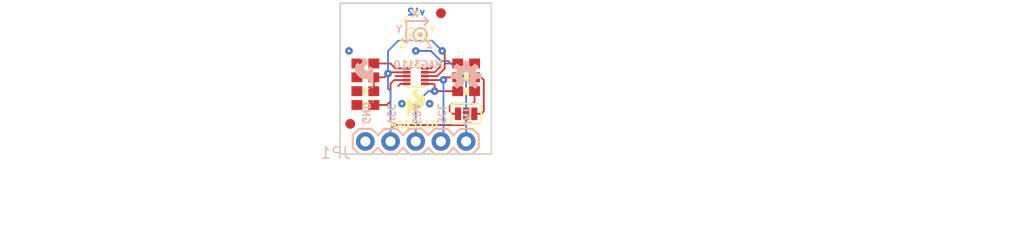
<source format=kicad_pcb>
(kicad_pcb (version 20211014) (generator pcbnew)
  (layers (0 "F.Cu" signal) (31 "B.Cu" signal) (34 "B.Paste" user) (35 "F.Paste" user) (36 "B.SilkS" user "B.Silkscreen") (37 "F.SilkS" user "F.Silkscreen") (38 "B.Mask" user) (39 "F.Mask" user) (44 "Edge.Cuts" user))
  (net 0 "")
  (net 1 "N$1")
  (net 2 "N$2")
  (net 3 "GND")
  (net 4 "VCC")
  (net 5 "SDA")
  (net 6 "SCL")
  (net 7 "INT")
  (net 8 "N$3")
  (net 9 "N$4")
  (net 10 "N$5")
  (footprint "boardEagle:0603-CAP" (layer "F.Cu") (at 143.4211 103.4796 180)
    (fp_text reference "C1" (at -0.889 -0.762 180) (layer "F.SilkS") (effects (font (size 0.373888 0.373888) (thickness 0.032512)) (justify right top)))
    (fp_text value "0.1uF")
    (fp_line (start 0 -0.0305) (end 0 0.0305) (layer "F.SilkS") (width 0.5588))
    (pad "1" smd rect (at -0.85 0 180) (size 1.1 1) (layers "F.Cu" "F.Paste" "F.Mask") (net 2 "N$2"))
    (pad "2" smd rect (at 0.85 0 180) (size 1.1 1) (layers "F.Cu" "F.Paste" "F.Mask") (net 3 "GND"))
  )
  (footprint "boardEagle:STAND-OFF" (layer "F.Cu") (at 153.5811 99.9236)
    (fp_text reference "JP3" hide)
    (fp_text value "STAND-OFF" hide)
    (pad "" np_thru_hole circle (at 0 0) (size 3.302 3.302) (drill 3.302) (layers *.Cu *.Mask))
  )
  (footprint "boardEagle:FIDUCIAL-1X2" (layer "F.Cu") (at 141.8971 109.5756)
    (fp_text reference "FID1" hide)
    (fp_text value "FIDUCIAL1X2" hide)
    (pad "1" smd roundrect (at 0 0) (size 1 1) (layers "F.Cu" "F.Mask") (roundrect_rratio 0.5))
  )
  (footprint "boardEagle:0603-CAP" (layer "F.Cu") (at 143.4211 104.8766 180)
    (fp_text reference "C4" (at -0.889 -0.762 180) (layer "F.SilkS") (effects (font (size 0.373888 0.373888) (thickness 0.032512)) (justify right top)))
    (fp_text value "1uF")
    (fp_line (start 0 -0.0305) (end 0 0.0305) (layer "F.SilkS") (width 0.5588))
    (pad "1" smd rect (at -0.85 0 180) (size 1.1 1) (layers "F.Cu" "F.Paste" "F.Mask") (net 4 "VCC"))
    (pad "2" smd rect (at 0.85 0 180) (size 1.1 1) (layers "F.Cu" "F.Paste" "F.Mask") (net 3 "GND"))
  )
  (footprint "boardEagle:SJ_3_PASTE1&2&3" (layer "F.Cu") (at 153.5811 108.5596 180)
    (fp_text reference "SJ1" (at -1.27 -1.27 180) (layer "F.SilkS") (effects (font (size 0.373888 0.373888) (thickness 0.032512)) (justify right top)))
    (fp_text value "")
    (fp_line (start 1.524 0.762) (end 1.524 -0.762) (layer "F.SilkS") (width 0.1524))
    (fp_line (start -1.27 -1.016) (end 1.27 -1.016) (layer "F.SilkS") (width 0.1524))
    (fp_line (start 1.27 1.016) (end -1.27 1.016) (layer "F.SilkS") (width 0.1524))
    (fp_line (start -1.524 0.762) (end -1.524 -0.762) (layer "F.SilkS") (width 0.1524))
    (fp_arc (start -1.524 -0.762) (mid -1.449605 -0.941605) (end -1.27 -1.016) (layer "F.SilkS") (width 0.1524))
    (fp_arc (start -1.27 1.016) (mid -1.449605 0.941605) (end -1.524 0.762) (layer "F.SilkS") (width 0.1524))
    (fp_arc (start 1.524 0.762) (mid 1.449605 0.941605) (end 1.27 1.016) (layer "F.SilkS") (width 0.1524))
    (fp_arc (start 1.27 -1.016) (mid 1.449605 -0.941605) (end 1.524 -0.762) (layer "F.SilkS") (width 0.1524))
    (pad "1" smd rect (at -0.8128 0 180) (size 0.635 1.27) (layers "F.Cu" "F.Mask") (net 8 "N$3"))
    (pad "2" smd rect (at 0 0 180) (size 0.635 1.27) (layers "F.Cu" "F.Mask") (net 4 "VCC"))
    (pad "3" smd rect (at 0.8128 0 180) (size 0.635 1.27) (layers "F.Cu" "F.Mask") (net 9 "N$4"))
  )
  (footprint "boardEagle:FIDUCIAL-1X2" (layer "F.Cu") (at 151.0411 98.3996)
    (fp_text reference "FID2" hide)
    (fp_text value "FIDUCIAL1X2" hide)
    (pad "1" smd roundrect (at 0 0) (size 1 1) (layers "F.Cu" "F.Mask") (roundrect_rratio 0.5))
  )
  (footprint "boardEagle:STAND-OFF" (layer "F.Cu") (at 143.4211 99.9236)
    (fp_text reference "JP2" hide)
    (fp_text value "STAND-OFF" hide)
    (pad "" np_thru_hole circle (at 0 0) (size 3.302 3.302) (drill 3.302) (layers *.Cu *.Mask))
  )
  (footprint "boardEagle:0603-CAP" (layer "F.Cu") (at 143.4211 107.6706 180)
    (fp_text reference "C2" (at -0.889 -0.762 180) (layer "F.SilkS") (effects (font (size 0.373888 0.373888) (thickness 0.032512)) (justify right top)))
    (fp_text value "0.1uF")
    (fp_line (start 0 -0.0305) (end 0 0.0305) (layer "F.SilkS") (width 0.5588))
    (pad "1" smd rect (at -0.85 0 180) (size 1.1 1) (layers "F.Cu" "F.Paste" "F.Mask") (net 1 "N$1"))
    (pad "2" smd rect (at 0.85 0 180) (size 1.1 1) (layers "F.Cu" "F.Paste" "F.Mask") (net 3 "GND"))
  )
  (footprint "boardEagle:CREATIVE_COMMONS" (layer "F.Cu") (at 126.9111 121.5136)
    (fp_text reference "FRAME2" hide)
    (fp_text value "FRAME-LETTER" hide)
  )
  (footprint "boardEagle:DFN-10-W" (layer "F.Cu") (at 148.5011 104.7496)
    (fp_text reference "U1" (at -1.27 -1.27) (layer "F.SilkS") (effects (font (size 0.373888 0.373888) (thickness 0.032512)) (justify left bottom)))
    (fp_text value "MAG31101:1")
    (fp_line (start -1 -1.1) (end 1 -1.1) (layer "F.SilkS") (width 0.127))
    (fp_line (start -1 1.1) (end 1 1.1) (layer "F.SilkS") (width 0.127))
    (fp_arc (start -1 -1.1) (mid -0.935355 -1.426777) (end -0.75 -1.15) (layer "F.SilkS") (width 0.127))
    (pad "1" smd rect (at -0.91 -0.7873) (size 0.762 0.2794) (layers "F.Cu" "F.Paste" "F.Mask") (net 2 "N$2"))
    (pad "2" smd rect (at -0.91 -0.38095) (size 0.762 0.2794) (layers "F.Cu" "F.Paste" "F.Mask") (net 4 "VCC"))
    (pad "3" smd rect (at -0.91 0) (size 0.762 0.2794) (layers "F.Cu" "F.Paste" "F.Mask"))
    (pad "4" smd rect (at -0.91 0.40635) (size 0.762 0.2794) (layers "F.Cu" "F.Paste" "F.Mask") (net 1 "N$1"))
    (pad "5" smd rect (at -0.91 0.7873) (size 0.762 0.2794) (layers "F.Cu" "F.Paste" "F.Mask") (net 3 "GND"))
    (pad "6" smd rect (at 0.91 0.7873) (size 0.762 0.2794) (layers "F.Cu" "F.Paste" "F.Mask") (net 5 "SDA"))
    (pad "7" smd rect (at 0.91 0.40635) (size 0.762 0.2794) (layers "F.Cu" "F.Paste" "F.Mask") (net 6 "SCL"))
    (pad "8" smd rect (at 0.91 0) (size 0.762 0.2794) (layers "F.Cu" "F.Paste" "F.Mask") (net 4 "VCC"))
    (pad "9" smd rect (at 0.91 -0.38095) (size 0.762 0.2794) (layers "F.Cu" "F.Paste" "F.Mask") (net 7 "INT"))
    (pad "10" smd rect (at 0.91 -0.7873) (size 0.762 0.2794) (layers "F.Cu" "F.Paste" "F.Mask") (net 3 "GND"))
  )
  (footprint "boardEagle:0603-RES" (layer "F.Cu") (at 153.5811 106.2736)
    (fp_text reference "R1" (at -0.889 -0.762) (layer "F.SilkS") (effects (font (size 0.373888 0.373888) (thickness 0.032512)) (justify left bottom)))
    (fp_text value "4.7k")
    (fp_poly (pts (xy -0.2286 0.381) (xy 0.2286 0.381) (xy 0.2286 -0.381) (xy -0.2286 -0.381)) (layer "F.SilkS") (width 0) (fill solid))
    (pad "1" smd rect (at -0.85 0) (size 1.1 1) (layers "F.Cu" "F.Paste" "F.Mask") (net 5 "SDA"))
    (pad "2" smd rect (at 0.85 0) (size 1.1 1) (layers "F.Cu" "F.Paste" "F.Mask") (net 9 "N$4"))
  )
  (footprint "boardEagle:0603-RES" (layer "F.Cu") (at 153.5811 104.8766)
    (fp_text reference "R2" (at -0.889 -0.762) (layer "F.SilkS") (effects (font (size 0.373888 0.373888) (thickness 0.032512)) (justify left bottom)))
    (fp_text value "4.7k")
    (fp_poly (pts (xy -0.2286 0.381) (xy 0.2286 0.381) (xy 0.2286 -0.381) (xy -0.2286 -0.381)) (layer "F.SilkS") (width 0) (fill solid))
    (pad "1" smd rect (at -0.85 0) (size 1.1 1) (layers "F.Cu" "F.Paste" "F.Mask") (net 6 "SCL"))
    (pad "2" smd rect (at 0.85 0) (size 1.1 1) (layers "F.Cu" "F.Paste" "F.Mask") (net 8 "N$3"))
  )
  (footprint "boardEagle:SFE-LOGO-FLAME" (layer "F.Cu") (at 147.5613 108.8898)
    (fp_text reference "JP7" hide)
    (fp_text value "LOGO-SFESK" hide)
    (fp_poly (pts (xy 1.126002 -2.808203) (xy 1.215449 -2.785829) (xy 1.228477 -2.780783) (xy 1.240149 -2.774875) (xy 1.25686 -2.766576) (xy 1.275552 -2.759834) (xy 1.371694 -2.7026) (xy 1.3793 -2.7026) (xy 1.3793 -2.6772) (xy 1.306833 -2.6772) (xy 1.208418 -2.657914) (xy 1.074855 -2.495286) (xy 1.079365 -2.436825) (xy 1.12809 -2.341869) (xy 1.204666 -2.265196) (xy 1.294069 -2.200638) (xy 1.369348 -2.168824) (xy 1.450737 -2.171632) (xy 1.458864 -2.174186) (xy 1.466257 -2.177389) (xy 1.530514 -2.236956) (xy 1.5368 -2.259812) (xy 1.5368 -2.377938) (xy 1.763707 -2.148127) (xy 1.868186 -1.856841) (xy 1.871603 -1.856894) (xy 1.87806 -1.650435) (xy 1.848857 -1.45742) (xy 1.785308 -1.272842) (xy 1.6663 -1.061578) (xy 1.6663 -1.080581) (xy 1.378131 -0.80901) (xy 0.982239 -0.6985) (xy 0.753005 -0.6985) (xy 0.716201 -0.692046) (xy 0.681776 -0.679592) (xy 0.496322 -0.541784) (xy -0.0126 0.03091) (xy -0.0126 -1.52077) (xy 0.060004 -1.761967) (xy 0.168295 -1.865489) (xy 0.307122 -1.917522) (xy 0.4039 -1.925089) (xy 0.499384 -1.917623) (xy 0.55991 -1.908099) (xy 0.557788 -1.884433) (xy 0.522216 -1.885242) (xy 0.501784 -1.876141) (xy 0.420519 -1.817154) (xy 0.400722 -1.79067) (xy 0.390395 -1.7285) (xy 0.400905 -1.665229) (xy 0.421405 -1.625174) (xy 0.452343 -1.592685) (xy 0.546535 -1.54355) (xy 0.652229 -1.531742) (xy 0.742768 -1.550084) (xy 0.82422 -1.589656) (xy 0.92203 -1.754659) (xy 0.907706 -1.848844) (xy 0.850914 -1.930401) (xy 0.584707 -2.263237) (xy 0.561667 -2.510855) (xy 0.627495 -2.621556) (xy 0.629042 -2.623103) (xy 0.778901 -2.74712) (xy 1.032676 -2.817064)) (layer "F.SilkS") (width 0) (fill solid))
  )
  (footprint "boardEagle:0603-CAP" (layer "F.Cu") (at 143.4211 106.2736 180)
    (fp_text reference "C5" (at -0.889 -0.762 180) (layer "F.SilkS") (effects (font (size 0.373888 0.373888) (thickness 0.032512)) (justify right top)))
    (fp_text value "0.1uF")
    (fp_line (start 0 -0.0305) (end 0 0.0305) (layer "F.SilkS") (width 0.5588))
    (pad "1" smd rect (at -0.85 0 180) (size 1.1 1) (layers "F.Cu" "F.Paste" "F.Mask") (net 4 "VCC"))
    (pad "2" smd rect (at 0.85 0 180) (size 1.1 1) (layers "F.Cu" "F.Paste" "F.Mask") (net 3 "GND"))
  )
  (footprint "boardEagle:0603-CAP" (layer "F.Cu") (at 153.5811 103.4796)
    (fp_text reference "C3" (at -0.889 -0.762) (layer "F.SilkS") (effects (font (size 0.373888 0.373888) (thickness 0.032512)) (justify left bottom)))
    (fp_text value "0.1uF")
    (fp_line (start 0 -0.0305) (end 0 0.0305) (layer "F.SilkS") (width 0.5588))
    (pad "1" smd rect (at -0.85 0) (size 1.1 1) (layers "F.Cu" "F.Paste" "F.Mask") (net 4 "VCC"))
    (pad "2" smd rect (at 0.85 0) (size 1.1 1) (layers "F.Cu" "F.Paste" "F.Mask") (net 3 "GND"))
  )
  (footprint "boardEagle:SFE-LOGO-FLAME" (layer "B.Cu") (at 144.2339 105.7148 180)
    (fp_text reference "JP4" hide)
    (fp_text value "LOGO-SFESK" hide)
    (fp_poly (pts (xy 1.126002 2.808203) (xy 1.215449 2.785829) (xy 1.228477 2.780783) (xy 1.240149 2.774875) (xy 1.25686 2.766576) (xy 1.275552 2.759834) (xy 1.371694 2.7026) (xy 1.3793 2.7026) (xy 1.3793 2.6772) (xy 1.306833 2.6772) (xy 1.208418 2.657914) (xy 1.074855 2.495286) (xy 1.079365 2.436825) (xy 1.12809 2.341869) (xy 1.204666 2.265196) (xy 1.294069 2.200638) (xy 1.369348 2.168824) (xy 1.450737 2.171632) (xy 1.458864 2.174186) (xy 1.466257 2.177389) (xy 1.530514 2.236956) (xy 1.5368 2.259812) (xy 1.5368 2.377938) (xy 1.763707 2.148127) (xy 1.868186 1.856841) (xy 1.871603 1.856894) (xy 1.87806 1.650435) (xy 1.848857 1.45742) (xy 1.785308 1.272842) (xy 1.6663 1.061578) (xy 1.6663 1.080581) (xy 1.378131 0.80901) (xy 0.982239 0.6985) (xy 0.753005 0.6985) (xy 0.716201 0.692046) (xy 0.681776 0.679592) (xy 0.496322 0.541784) (xy -0.0126 -0.03091) (xy -0.0126 1.52077) (xy 0.060004 1.761967) (xy 0.168295 1.865489) (xy 0.307122 1.917522) (xy 0.4039 1.925089) (xy 0.499384 1.917623) (xy 0.55991 1.908099) (xy 0.557788 1.884433) (xy 0.522216 1.885242) (xy 0.501784 1.876141) (xy 0.420519 1.817154) (xy 0.400722 1.79067) (xy 0.390395 1.7285) (xy 0.400905 1.665229) (xy 0.421405 1.625174) (xy 0.452343 1.592685) (xy 0.546535 1.54355) (xy 0.652229 1.531742) (xy 0.742768 1.550084) (xy 0.82422 1.589656) (xy 0.92203 1.754659) (xy 0.907706 1.848844) (xy 0.850914 1.930401) (xy 0.584707 2.263237) (xy 0.561667 2.510855) (xy 0.627495 2.621556) (xy 0.629042 2.623103) (xy 0.778901 2.74712) (xy 1.032676 2.817064)) (layer "B.SilkS") (width 0) (fill solid))
  )
  (footprint "boardEagle:1X05" (layer "B.Cu") (at 143.4211 111.3536)
    (fp_text reference "JP1" (at -1.3462 1.8288 180) (layer "B.SilkS") (effects (font (size 1.143 1.143) (thickness 0.127)) (justify left bottom mirror)))
    (fp_text value "breakout")
    (fp_line (start 3.81 -0.635) (end 3.175 -1.27) (layer "B.SilkS") (width 0.2032))
    (fp_line (start 11.43 0.635) (end 11.43 -0.635) (layer "B.SilkS") (width 0.2032))
    (fp_line (start 11.43 -0.635) (end 10.795 -1.27) (layer "B.SilkS") (width 0.2032))
    (fp_line (start 8.89 -0.635) (end 8.255 -1.27) (layer "B.SilkS") (width 0.2032))
    (fp_line (start 5.715 -1.27) (end 4.445 -1.27) (layer "B.SilkS") (width 0.2032))
    (fp_line (start 1.27 0.635) (end 1.905 1.27) (layer "B.SilkS") (width 0.2032))
    (fp_line (start 3.175 -1.27) (end 1.905 -1.27) (layer "B.SilkS") (width 0.2032))
    (fp_line (start 0.635 1.27) (end 1.27 0.635) (layer "B.SilkS") (width 0.2032))
    (fp_line (start 0.635 -1.27) (end -0.635 -1.27) (layer "B.SilkS") (width 0.2032))
    (fp_line (start -1.27 0.635) (end -1.27 -0.635) (layer "B.SilkS") (width 0.2032))
    (fp_line (start 6.985 1.27) (end 8.255 1.27) (layer "B.SilkS") (width 0.2032))
    (fp_line (start 10.795 1.27) (end 11.43 0.635) (layer "B.SilkS") (width 0.2032))
    (fp_line (start 6.985 1.27) (end 6.35 0.635) (layer "B.SilkS") (width 0.2032))
    (fp_line (start 1.905 -1.27) (end 1.27 -0.635) (layer "B.SilkS") (width 0.2032))
    (fp_line (start 1.27 -0.635) (end 0.635 -1.27) (layer "B.SilkS") (width 0.2032))
    (fp_line (start 10.795 -1.27) (end 9.525 -1.27) (layer "B.SilkS") (width 0.2032))
    (fp_line (start 6.35 -0.635) (end 5.715 -1.27) (layer "B.SilkS") (width 0.2032))
    (fp_line (start 4.445 -1.27) (end 3.81 -0.635) (layer "B.SilkS") (width 0.2032))
    (fp_line (start -0.635 1.27) (end -1.27 0.635) (layer "B.SilkS") (width 0.2032))
    (fp_line (start 3.81 0.635) (end 4.445 1.27) (layer "B.SilkS") (width 0.2032))
    (fp_line (start 9.525 1.27) (end 10.795 1.27) (layer "B.SilkS") (width 0.2032))
    (fp_line (start 8.255 1.27) (end 8.89 0.635) (layer "B.SilkS") (width 0.2032))
    (fp_line (start 4.445 1.27) (end 5.715 1.27) (layer "B.SilkS") (width 0.2032))
    (fp_line (start -1.27 -0.635) (end -0.635 -1.27) (layer "B.SilkS") (width 0.2032))
    (fp_line (start 9.525 -1.27) (end 8.89 -0.635) (layer "B.SilkS") (width 0.2032))
    (fp_line (start 3.175 1.27) (end 3.81 0.635) (layer "B.SilkS") (width 0.2032))
    (fp_line (start 8.255 -1.27) (end 6.985 -1.27) (layer "B.SilkS") (width 0.2032))
    (fp_line (start 1.905 1.27) (end 3.175 1.27) (layer "B.SilkS") (width 0.2032))
    (fp_line (start 5.715 1.27) (end 6.35 0.635) (layer "B.SilkS") (width 0.2032))
    (fp_line (start 6.35 -0.635) (end 6.985 -1.27) (layer "B.SilkS") (width 0.2032))
    (fp_line (start 8.89 0.635) (end 9.525 1.27) (layer "B.SilkS") (width 0.2032))
    (fp_line (start -0.635 1.27) (end 0.635 1.27) (layer "B.SilkS") (width 0.2032))
    (pad "1" thru_hole circle (at 0 0 270) (size 1.8796 1.8796) (drill 1.016) (layers *.Cu *.Mask) (net 3 "GND"))
    (pad "2" thru_hole circle (at 2.54 0 270) (size 1.8796 1.8796) (drill 1.016) (layers *.Cu *.Mask) (net 4 "VCC"))
    (pad "3" thru_hole circle (at 5.08 0 270) (size 1.8796 1.8796) (drill 1.016) (layers *.Cu *.Mask) (net 5 "SDA"))
    (pad "4" thru_hole circle (at 7.62 0 270) (size 1.8796 1.8796) (drill 1.016) (layers *.Cu *.Mask) (net 6 "SCL"))
    (pad "5" thru_hole circle (at 10.16 0 270) (size 1.8796 1.8796) (drill 1.016) (layers *.Cu *.Mask) (net 7 "INT"))
  )
  (footprint "boardEagle:OSHW-LOGO-S" (layer "B.Cu") (at 153.5811 104.7496 180)
    (fp_text reference "LOGO1" hide)
    (fp_text value "OSHW-LOGOS" hide)
    (fp_poly (pts (xy 0.301647 1.061351) (xy 0.42347 1.022344) (xy 0.537177 0.963769) (xy 0.92862 1.282946) (xy 1.282946 0.92862) (xy 0.961035 0.533823) (xy 1.057046 0.302084) (xy 1.5638 0.250561) (xy 1.5638 -0.250561) (xy 1.057046 -0.302084) (xy 0.961035 -0.533823) (xy 1.282946 -0.92862) (xy 0.92862 -1.282946) (xy 0.537177 -0.96377) (xy 0.356601 -1.056794) (xy 0.088679 -0.410073) (xy 0.326262 -0.2176) (xy 0.373649 -0.121468) (xy 0.392729 -0.010339) (xy 0.379464 0.101634) (xy 0.334947 0.205229) (xy 0.262842 0.291918) (xy 0.169087 0.354561) (xy 0.061406 0.387999) (xy -0.051342 0.38948) (xy -0.159868 0.358881) (xy -0.255234 0.298724) (xy -0.329589 0.213962) (xy -0.376813 0.111569) (xy -0.392176 0.005767) (xy -0.322923 -0.222565) (xy -0.249312 -0.303773) (xy 0.091677 -0.5081) (xy -0.12929 -0.5081) (xy -0.355332 -1.053732) (xy -0.506597 -0.983577) (xy -0.538922 -0.965192) (xy -0.92862 -1.282946) (xy -1.282946 -0.92862) (xy -0.961035 -0.533823) (xy -1.057046 -0.302084) (xy -1.5638 -0.250561) (xy -1.5638 0.250561) (xy -1.057046 0.302084) (xy -0.961035 0.533823) (xy -1.282946 0.92862) (xy -0.92862 1.282946) (xy -0.533823 0.961035) (xy -0.302084 1.057046) (xy -0.250561 1.5638) (xy 0.250561 1.5638)) (layer "B.SilkS") (width 0) (fill solid))
  )
  (gr_line (start 149.7711 99.187) (end 149.3647 98.7806) (layer "B.SilkS") (width 0.1778))
  (gr_line (start 149.3647 99.6188) (end 149.7711 99.2124) (layer "B.SilkS") (width 0.1778))
  (gr_circle (center 148.971 100.5713) (end 149.098 100.5713) (layer "B.SilkS") (width 0.254) (fill none))
  (gr_circle (center 148.9583 100.584) (end 149.6441 100.584) (layer "B.SilkS") (width 0.1778) (fill none))
  (gr_line (start 147.5613 101.3968) (end 147.9677 100.9904) (layer "B.SilkS") (width 0.1778))
  (gr_line (start 147.5613 99.187) (end 149.7457 99.187) (layer "B.SilkS") (width 0.1778))
  (gr_line (start 147.5613 99.187) (end 147.5613 101.3714) (layer "B.SilkS") (width 0.1778))
  (gr_line (start 147.1295 100.9904) (end 147.5359 101.3968) (layer "B.SilkS") (width 0.1778))
  (gr_line (start 149.4409 99.187) (end 149.4409 101.3714) (layer "F.SilkS") (width 0.1778))
  (gr_line (start 149.4409 99.187) (end 147.2565 99.187) (layer "F.SilkS") (width 0.1778))
  (gr_circle (center 148.0439 100.584) (end 148.7297 100.584) (layer "F.SilkS") (width 0.1778) (fill none))
  (gr_line (start 149.8727 100.9904) (end 149.4663 101.3968) (layer "F.SilkS") (width 0.1778))
  (gr_line (start 147.2311 99.187) (end 147.6375 98.7806) (layer "F.SilkS") (width 0.1778))
  (gr_circle (center 148.0312 100.5713) (end 148.1582 100.5713) (layer "F.SilkS") (width 0.254) (fill none))
  (gr_line (start 147.6375 99.6188) (end 147.2311 99.2124) (layer "F.SilkS") (width 0.1778))
  (gr_line (start 149.4409 101.3968) (end 149.0345 100.9904) (layer "F.SilkS") (width 0.1778))
  (gr_line (start 156.1211 112.6236) (end 156.1211 97.3836) (layer "Edge.Cuts") (width 0.1778))
  (gr_line (start 140.8811 97.3836) (end 140.8811 112.6236) (layer "Edge.Cuts") (width 0.1778))
  (gr_line (start 156.1211 97.3836) (end 140.8811 97.3836) (layer "Edge.Cuts") (width 0.1778))
  (gr_line (start 140.8811 112.6236) (end 156.1211 112.6236) (layer "Edge.Cuts") (width 0.1778))
  (gr_text "v12" (at 149.5171 98.6536) (layer "B.Cu") (effects (font (size 0.65024 0.65024) (thickness 0.16256)) (justify left bottom mirror)))
  (gr_text "INT" (at 153.2255 109.7026 -90) (layer "B.SilkS") (effects (font (size 0.72898 0.72898) (thickness 0.16002)) (justify left bottom mirror)))
  (gr_text "SDA" (at 148.1455 109.7026 -90) (layer "B.SilkS") (effects (font (size 0.72898 0.72898) (thickness 0.16002)) (justify left bottom mirror)))
  (gr_text "MAG3110" (at 151.3459 104.013) (layer "B.SilkS") (effects (font (size 0.72898 0.72898) (thickness 0.16002)) (justify left bottom mirror)))
  (gr_text "X" (at 148.8059 98.8314) (layer "B.SilkS") (effects (font (size 0.666496 0.666496) (thickness 0.146304)) (justify left bottom mirror)))
  (gr_text "Z" (at 150.2791 101.981) (layer "B.SilkS") (effects (font (size 0.666496 0.666496) (thickness 0.146304)) (justify left bottom mirror)))
  (gr_text "VCC" (at 145.6055 109.7026 -90) (layer "B.SilkS") (effects (font (size 0.72898 0.72898) (thickness 0.16002)) (justify left bottom mirror)))
  (gr_text "GND" (at 143.0655 109.7026 -90) (layer "B.SilkS") (effects (font (size 0.72898 0.72898) (thickness 0.16002)) (justify left bottom mirror)))
  (gr_text "Y" (at 147.2057 100.4062) (layer "B.SilkS") (effects (font (size 0.666496 0.666496) (thickness 0.146304)) (justify left bottom mirror)))
  (gr_text "SCL" (at 150.6855 109.7026 -90) (layer "B.SilkS") (effects (font (size 0.72898 0.72898) (thickness 0.16002)) (justify left bottom mirror)))
  (gr_text "Z" (at 146.7231 101.981) (layer "F.SilkS") (effects (font (size 0.666496 0.666496) (thickness 0.146304)) (justify left bottom)))
  (gr_text "X" (at 148.1963 98.8314) (layer "F.SilkS") (effects (font (size 0.666496 0.666496) (thickness 0.146304)) (justify left bottom)))
  (gr_text "MAG3110" (at 145.6563 110.109) (layer "F.SilkS") (effects (font (size 0.72898 0.72898) (thickness 0.16002)) (justify left bottom)))
  (gr_text "Y" (at 149.7965 100.4062) (layer "F.SilkS") (effects (font (size 0.666496 0.666496) (thickness 0.146304)) (justify left bottom)))
  (segment (start 145.9611 107.2896) (end 145.9611 105.5116) (width 0.1778) (layer "F.Cu") (net 1))
  (segment (start 146.31675 105.15595) (end 145.9611 105.5116) (width 0.1778) (layer "F.Cu") (net 1))
  (segment (start 144.2711 107.6706) (end 145.5801 107.6706) (width 0.1778) (layer "F.Cu") (net 1))
  (segment (start 145.9611 107.2896) (end 145.5801 107.6706) (width 0.1778) (layer "F.Cu") (net 1))
  (segment (start 147.5911 105.15595) (end 146.31675 105.15595) (width 0.1778) (layer "F.Cu") (net 1))
  (segment (start 146.4438 103.9623) (end 145.9611 103.4796) (width 0.1778) (layer "F.Cu") (net 2))
  (segment (start 147.5911 103.9623) (end 146.4438 103.9623) (width 0.1778) (layer "F.Cu") (net 2))
  (segment (start 144.2711 103.4796) (end 145.9611 103.4796) (width 0.1778) (layer "F.Cu") (net 2))
  (segment (start 150.0504 103.9623) (end 150.2791 103.7336) (width 0.1778) (layer "F.Cu") (net 3))
  (segment (start 149.4111 103.9623) (end 150.0504 103.9623) (width 0.1778) (layer "F.Cu") (net 3))
  (segment (start 147.5911 105.5369) (end 146.9518 105.5369) (width 0.1778) (layer "F.Cu") (net 3))
  (segment (start 146.9518 105.5369) (end 146.7231 105.7656) (width 0.1778) (layer "F.Cu") (net 3))
  (via (at 141.7701 102.2096) (size 0.762) (drill 0.254) (layers "F.Cu" "B.Cu") (net 3))
  (via (at 149.8981 107.5436) (size 0.762) (drill 0.254) (layers "F.Cu" "B.Cu") (net 3))
  (via (at 147.1041 107.5436) (size 0.762) (drill 0.254) (layers "F.Cu" "B.Cu") (net 3))
  (segment (start 144.2711 106.2736) (end 144.2711 104.8766) (width 0.1778) (layer "F.Cu") (net 4))
  (segment (start 145.83405 104.36865) (end 145.7071 104.4956) (width 0.1778) (layer "F.Cu") (net 4))
  (segment (start 152.7311 103.4796) (end 151.4221 103.4796) (width 0.1778) (layer "F.Cu") (net 4))
  (segment (start 151.4221 103.4796) (end 151.4221 103.9876) (width 0.1778) (layer "F.Cu") (net 4))
  (segment (start 151.4221 103.4796) (end 151.4221 102.4636) (width 0.1778) (layer "F.Cu") (net 4))
  (segment (start 153.3271 109.7026) (end 146.3421 109.7026) (width 0.1778) (layer "F.Cu") (net 4))
  (segment (start 144.2711 104.8766) (end 145.3261 104.8766) (width 0.1778) (layer "F.Cu") (net 4))
  (segment (start 151.4221 102.4636) (end 151.1681 102.2096) (width 0.1778) (layer "F.Cu") (net 4))
  (segment (start 153.5811 108.5596) (end 153.5811 109.4486) (width 0.1778) (layer "F.Cu") (net 4))
  (segment (start 145.9611 110.0836) (end 145.9611 111.3536) (width 0.1778) (layer "F.Cu") (net 4))
  (segment (start 145.3261 104.8766) (end 145.7071 104.4956) (width 0.1778) (layer "F.Cu") (net 4))
  (segment (start 147.5911 104.36865) (end 145.83405 104.36865) (width 0.1778) (layer "F.Cu") (net 4))
  (segment (start 150.6601 104.7496) (end 151.4221 103.9876) (width 0.1778) (layer "F.Cu") (net 4))
  (segment (start 153.5811 109.4486) (end 153.3271 109.7026) (width 0.1778) (layer "F.Cu") (net 4))
  (segment (start 146.3421 109.7026) (end 145.9611 110.0836) (width 0.1778) (layer "F.Cu") (net 4))
  (segment (start 149.4111 104.7496) (end 150.6601 104.7496) (width 0.1778) (layer "F.Cu") (net 4))
  (via (at 145.7071 104.4956) (size 0.762) (drill 0.254) (layers "F.Cu" "B.Cu") (net 4))
  (via (at 151.1681 102.2096) (size 0.762) (drill 0.254) (layers "F.Cu" "B.Cu") (net 4))
  (segment (start 145.9611 106.2736) (end 145.9611 111.3536) (width 0.1778) (layer "B.Cu") (net 4))
  (segment (start 145.7071 102.2096) (end 146.7231 101.1936) (width 0.1778) (layer "B.Cu") (net 4))
  (segment (start 146.7231 101.1936) (end 150.1521 101.1936) (width 0.1778) (layer "B.Cu") (net 4))
  (segment (start 151.1681 102.2096) (end 150.1521 101.1936) (width 0.1778) (layer "B.Cu") (net 4))
  (segment (start 145.7071 104.4956) (end 145.7071 106.0196) (width 0.1778) (layer "B.Cu") (net 4))
  (segment (start 145.7071 104.4956) (end 145.7071 102.2096) (width 0.1778) (layer "B.Cu") (net 4))
  (segment (start 145.7071 106.0196) (end 145.9611 106.2736) (width 0.1778) (layer "B.Cu") (net 4))
  (segment (start 149.4111 105.5369) (end 150.3044 105.5369) (width 0.1778) (layer "F.Cu") (net 5))
  (segment (start 152.7311 106.2736) (end 150.4061 106.2736) (width 0.1778) (layer "F.Cu") (net 5))
  (segment (start 150.3044 105.5369) (end 150.4061 105.6386) (width 0.1778) (layer "F.Cu") (net 5))
  (segment (start 150.4061 105.6386) (end 150.4061 106.2736) (width 0.1778) (layer "F.Cu") (net 5))
  (via (at 150.4061 106.2736) (size 0.762) (drill 0.254) (layers "F.Cu" "B.Cu") (net 5))
  (segment (start 150.4061 106.2736) (end 149.7711 106.2736) (width 0.1778) (layer "B.Cu") (net 5))
  (segment (start 149.7711 106.2736) (end 148.5011 107.5436) (width 0.1778) (layer "B.Cu") (net 5))
  (segment (start 148.5011 107.5436) (end 148.5011 111.3536) (width 0.1778) (layer "B.Cu") (net 5))
  (segment (start 151.26975 105.15595) (end 151.2951 105.1306) (width 0.1778) (layer "F.Cu") (net 6))
  (segment (start 152.7311 104.8766) (end 151.5491 104.8766) (width 0.1778) (layer "F.Cu") (net 6))
  (segment (start 151.5491 104.8766) (end 151.2951 105.1306) (width 0.1778) (layer "F.Cu") (net 6))
  (segment (start 149.4111 105.15595) (end 151.26975 105.15595) (width 0.1778) (layer "F.Cu") (net 6))
  (via (at 151.2951 105.1306) (size 0.762) (drill 0.254) (layers "F.Cu" "B.Cu") (net 6))
  (segment (start 151.2951 105.1306) (end 151.2951 111.0996) (width 0.1778) (layer "B.Cu") (net 6))
  (segment (start 151.2951 111.0996) (end 151.0411 111.3536) (width 0.1778) (layer "B.Cu") (net 6))
  (segment (start 151.0411 103.7336) (end 151.0411 103.2256) (width 0.1778) (layer "F.Cu") (net 7))
  (segment (start 150.40605 104.36865) (end 151.0411 103.7336) (width 0.1778) (layer "F.Cu") (net 7))
  (segment (start 148.5011 102.2096) (end 150.0251 102.2096) (width 0.1778) (layer "F.Cu") (net 7))
  (segment (start 149.4111 104.36865) (end 150.40605 104.36865) (width 0.1778) (layer "F.Cu") (net 7))
  (segment (start 150.0251 102.2096) (end 151.0411 103.2256) (width 0.1778) (layer "F.Cu") (net 7))
  (via (at 148.5011 102.2096) (size 0.762) (drill 0.254) (layers "F.Cu" "B.Cu") (net 7))
  (segment (start 148.5011 102.2096) (end 150.0251 102.2096) (width 0.1778) (layer "B.Cu") (net 7))
  (segment (start 153.5811 105.0036) (end 151.8031 103.2256) (width 0.1778) (layer "B.Cu") (net 7))
  (segment (start 151.0411 103.2256) (end 151.8031 103.2256) (width 0.1778) (layer "B.Cu") (net 7))
  (segment (start 153.5811 111.3536) (end 153.5811 105.0036) (width 0.1778) (layer "B.Cu") (net 7))
  (segment (start 150.0251 102.2096) (end 151.0411 103.2256) (width 0.1778) (layer "B.Cu") (net 7))
  (segment (start 155.1051 108.5596) (end 154.3939 108.5596) (width 0.1778) (layer "F.Cu") (net 8))
  (segment (start 155.3591 105.1306) (end 155.3591 108.3056) (width 0.1778) (layer "F.Cu") (net 8))
  (segment (start 154.4311 104.8766) (end 155.1051 104.8766) (width 0.1778) (layer "F.Cu") (net 8))
  (segment (start 155.3591 108.3056) (end 155.1051 108.5596) (width 0.1778) (layer "F.Cu") (net 8))
  (segment (start 155.1051 104.8766) (end 155.3591 105.1306) (width 0.1778) (layer "F.Cu") (net 8))
  (segment (start 154.4311 106.2736) (end 154.4311 107.3286) (width 0.1778) (layer "F.Cu") (net 9))
  (segment (start 154.2161 107.5436) (end 152.1841 107.5436) (width 0.1778) (layer "F.Cu") (net 9))
  (segment (start 152.1841 108.5596) (end 151.9301 108.3056) (width 0.1778) (layer "F.Cu") (net 9))
  (segment (start 154.4311 107.3286) (end 154.2161 107.5436) (width 0.1778) (layer "F.Cu") (net 9))
  (segment (start 151.9301 107.7976) (end 152.1841 107.5436) (width 0.1778) (layer "F.Cu") (net 9))
  (segment (start 152.7683 108.5596) (end 152.1841 108.5596) (width 0.1778) (layer "F.Cu") (net 9))
  (segment (start 151.9301 108.3056) (end 151.9301 107.7976) (width 0.1778) (layer "F.Cu") (net 9))
  (segment (start 146.4691 104.7496) (end 147.6121 104.7496) (width 0.1778) (layer "F.Cu") (net 10))
)
</source>
